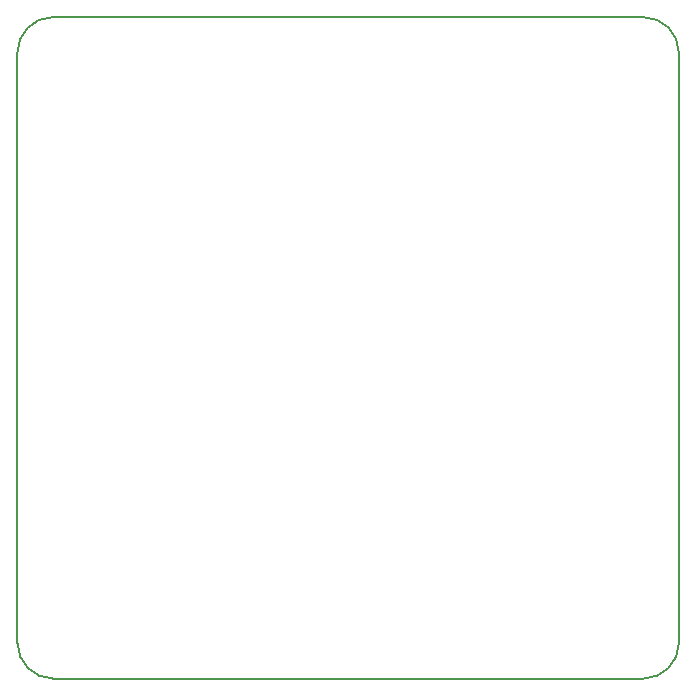
<source format=gbr>
G04 #@! TF.GenerationSoftware,KiCad,Pcbnew,5.0.2+dfsg1-1*
G04 #@! TF.CreationDate,2021-03-19T17:12:50+01:00*
G04 #@! TF.ProjectId,motor,6d6f746f-722e-46b6-9963-61645f706362,rev?*
G04 #@! TF.SameCoordinates,Original*
G04 #@! TF.FileFunction,Profile,NP*
%FSLAX46Y46*%
G04 Gerber Fmt 4.6, Leading zero omitted, Abs format (unit mm)*
G04 Created by KiCad (PCBNEW 5.0.2+dfsg1-1) date Fr 19 Mär 2021 17:12:50 CET*
%MOMM*%
%LPD*%
G01*
G04 APERTURE LIST*
%ADD10C,0.150000*%
G04 APERTURE END LIST*
D10*
X172000000Y-43000000D02*
X172000000Y-93000000D01*
X225000000Y-40000000D02*
X175000000Y-40000000D01*
X228000000Y-93000000D02*
X228000000Y-43000000D01*
X175000000Y-96000000D02*
X225000000Y-96000000D01*
X175000000Y-96000000D02*
G75*
G02X172000000Y-93000000I0J3000000D01*
G01*
X172000000Y-43000000D02*
G75*
G02X175000000Y-40000000I3000000J0D01*
G01*
X228000000Y-93000000D02*
G75*
G02X225000000Y-96000000I-3000000J0D01*
G01*
X225000000Y-40000000D02*
G75*
G02X228000000Y-43000000I0J-3000000D01*
G01*
M02*

</source>
